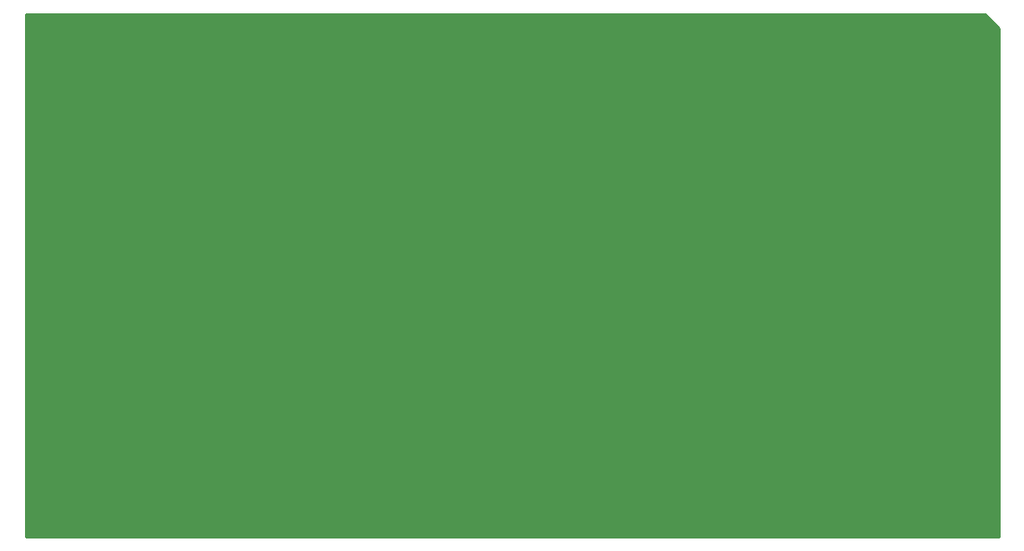
<source format=gbr>
G04 #@! TF.GenerationSoftware,KiCad,Pcbnew,5.1.10-88a1d61d58~88~ubuntu20.04.1*
G04 #@! TF.CreationDate,2021-05-27T22:44:10+02:00*
G04 #@! TF.ProjectId,PSLab,50534c61-622e-46b6-9963-61645f706362,v6.1*
G04 #@! TF.SameCoordinates,Original*
G04 #@! TF.FileFunction,Other,ECO1*
%FSLAX46Y46*%
G04 Gerber Fmt 4.6, Leading zero omitted, Abs format (unit mm)*
G04 Created by KiCad (PCBNEW 5.1.10-88a1d61d58~88~ubuntu20.04.1) date 2021-05-27 22:44:10*
%MOMM*%
%LPD*%
G01*
G04 APERTURE LIST*
%ADD10C,0.254000*%
%ADD11C,0.100000*%
G04 APERTURE END LIST*
D10*
X189873000Y-61816606D02*
X189873000Y-113453000D01*
X91067000Y-113453000D01*
X91067000Y-60367000D01*
X188423394Y-60367000D01*
X189873000Y-61816606D01*
D11*
G36*
X189873000Y-61816606D02*
G01*
X189873000Y-113453000D01*
X91067000Y-113453000D01*
X91067000Y-60367000D01*
X188423394Y-60367000D01*
X189873000Y-61816606D01*
G37*
M02*

</source>
